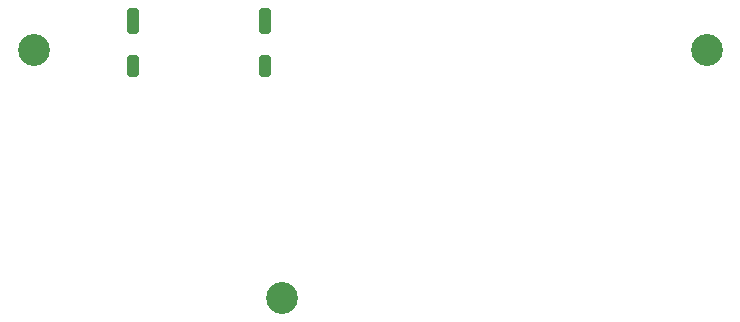
<source format=gbr>
%TF.GenerationSoftware,KiCad,Pcbnew,7.0.2*%
%TF.CreationDate,2023-06-13T00:37:22+02:00*%
%TF.ProjectId,DisplayU_Sisterboard,44697370-6c61-4795-955f-536973746572,rev?*%
%TF.SameCoordinates,Original*%
%TF.FileFunction,Soldermask,Bot*%
%TF.FilePolarity,Negative*%
%FSLAX46Y46*%
G04 Gerber Fmt 4.6, Leading zero omitted, Abs format (unit mm)*
G04 Created by KiCad (PCBNEW 7.0.2) date 2023-06-13 00:37:22*
%MOMM*%
%LPD*%
G01*
G04 APERTURE LIST*
G04 Aperture macros list*
%AMFreePoly0*
4,1,17,0.307538,1.085355,0.485355,0.907538,0.500000,0.872183,0.500000,-0.872183,0.485355,-0.907538,0.307538,-1.085355,0.272183,-1.100000,-0.272183,-1.100000,-0.307538,-1.085355,-0.485355,-0.907538,-0.500000,-0.872182,-0.500000,0.872183,-0.485355,0.907538,-0.307538,1.085355,-0.272183,1.100000,0.272183,1.100000,0.307538,1.085355,0.307538,1.085355,$1*%
%AMFreePoly1*
4,1,17,0.307538,0.885355,0.485355,0.707538,0.500000,0.672183,0.500000,-0.672183,0.485355,-0.707538,0.307538,-0.885355,0.272183,-0.900000,-0.272183,-0.900000,-0.307538,-0.885355,-0.485355,-0.707538,-0.500000,-0.672183,-0.500000,0.672183,-0.485355,0.707538,-0.307538,0.885355,-0.272183,0.900000,0.272183,0.900000,0.307538,0.885355,0.307538,0.885355,$1*%
G04 Aperture macros list end*
%ADD10C,2.700000*%
%ADD11FreePoly0,0.000000*%
%ADD12FreePoly1,0.000000*%
G04 APERTURE END LIST*
D10*
%TO.C,REF\u002A\u002A*%
X-19000000Y-214000000D03*
%TD*%
D11*
%TO.C,J2*%
X-67566450Y-211500000D03*
D12*
X-67566450Y-215300000D03*
D11*
X-56415850Y-211500000D03*
D12*
X-56415550Y-215300000D03*
%TD*%
D10*
%TO.C,REF\u002A\u002A*%
X-55000000Y-235000000D03*
%TD*%
%TO.C,REF\u002A\u002A*%
X-76000000Y-214000000D03*
%TD*%
M02*

</source>
